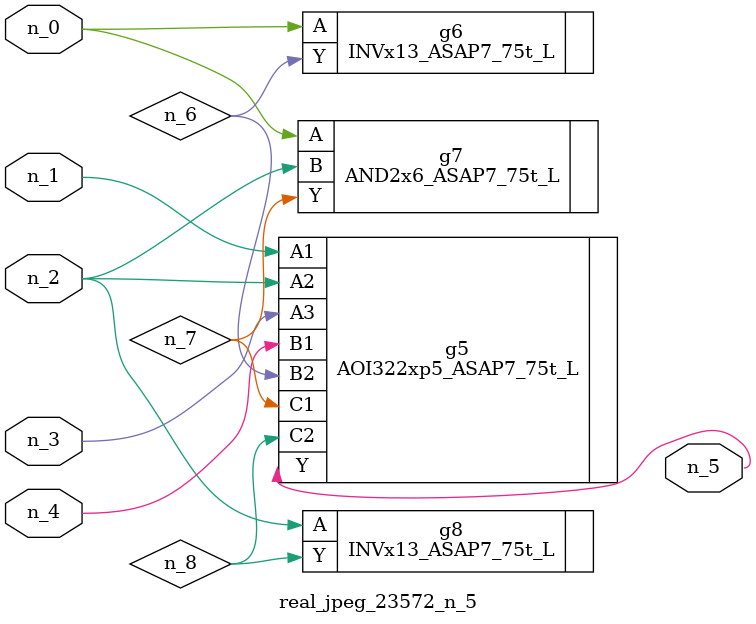
<source format=v>
module real_jpeg_23572_n_5 (n_4, n_0, n_1, n_2, n_3, n_5);

input n_4;
input n_0;
input n_1;
input n_2;
input n_3;

output n_5;

wire n_8;
wire n_6;
wire n_7;

INVx13_ASAP7_75t_L g6 ( 
.A(n_0),
.Y(n_6)
);

AND2x6_ASAP7_75t_L g7 ( 
.A(n_0),
.B(n_2),
.Y(n_7)
);

AOI322xp5_ASAP7_75t_L g5 ( 
.A1(n_1),
.A2(n_2),
.A3(n_3),
.B1(n_4),
.B2(n_6),
.C1(n_7),
.C2(n_8),
.Y(n_5)
);

INVx13_ASAP7_75t_L g8 ( 
.A(n_2),
.Y(n_8)
);


endmodule
</source>
